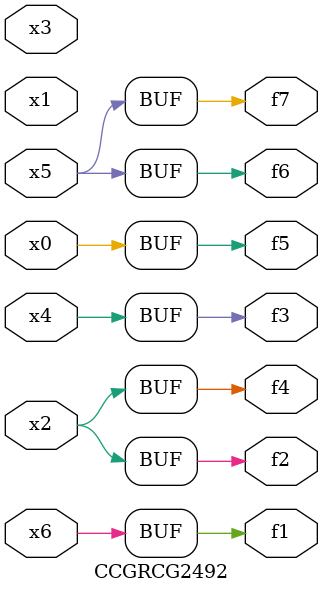
<source format=v>
module CCGRCG2492(
	input x0, x1, x2, x3, x4, x5, x6,
	output f1, f2, f3, f4, f5, f6, f7
);
	assign f1 = x6;
	assign f2 = x2;
	assign f3 = x4;
	assign f4 = x2;
	assign f5 = x0;
	assign f6 = x5;
	assign f7 = x5;
endmodule

</source>
